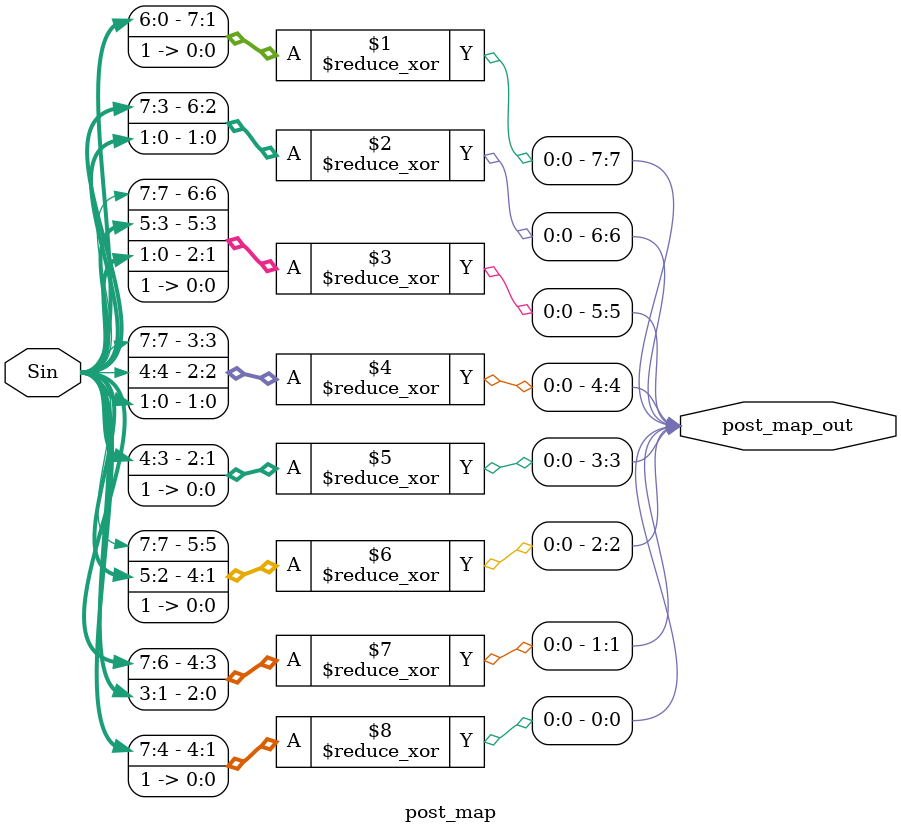
<source format=v>
module post_map (Sin,post_map_out);

input [7:0] Sin;
output [7:0] post_map_out;


assign post_map_out[7]= ^{ Sin[6],Sin[5],Sin[4],Sin[3],Sin[2],Sin[1],Sin[0],1'b1};

assign post_map_out[6]= ^{ Sin[7],Sin[6],Sin[5],Sin[4],Sin[3],Sin[1],Sin[0]};

assign post_map_out[5]= ^{ Sin[7],Sin[5],Sin[4],Sin[3],Sin[1],Sin[0],1'b1};

assign post_map_out[4]= ^{ Sin[7],Sin[4],Sin[1],Sin[0]};

assign post_map_out[3]= ^{ Sin[4],Sin[3],1'b1};

assign post_map_out[2]= ^{ Sin[7],Sin[5],Sin[4],Sin[3],Sin[2],1'b1};

assign post_map_out[1]= ^{ Sin[7],Sin[6],Sin[3],Sin[2],Sin[1]};

assign post_map_out[0]= ^{ Sin[7],Sin[6],Sin[5],Sin[4],1'b1};

endmodule


</source>
